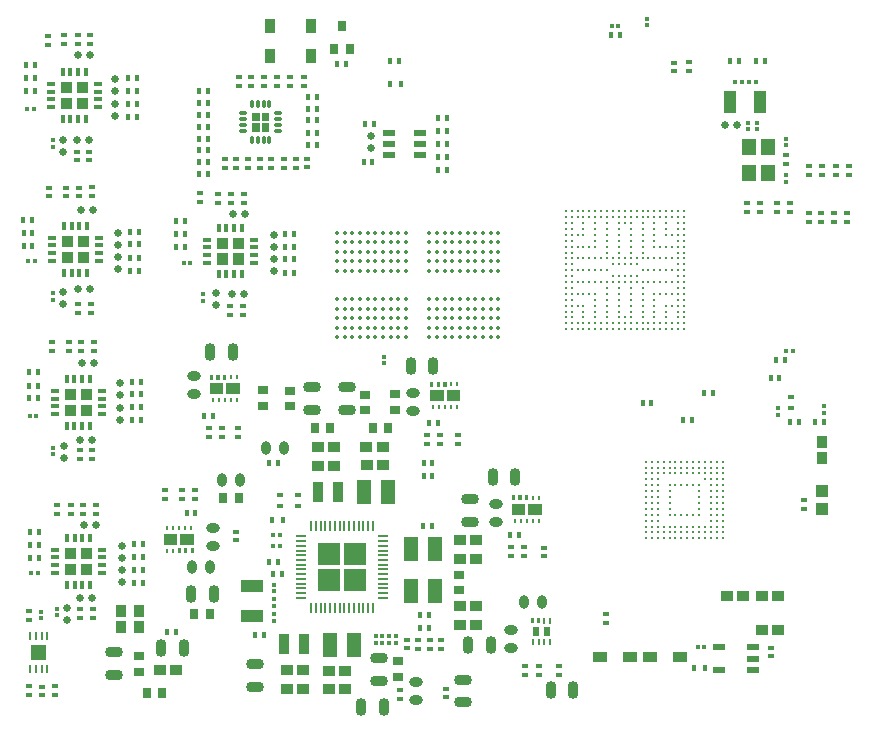
<source format=gtp>
G04*
G04 #@! TF.GenerationSoftware,Altium Limited,Altium Designer,25.7.1 (20)*
G04*
G04 Layer_Color=13421772*
%FSLAX44Y44*%
%MOMM*%
G71*
G04*
G04 #@! TF.SameCoordinates,73AB98AC-F87E-4787-825B-23B2420A13CA*
G04*
G04*
G04 #@! TF.FilePolarity,Positive*
G04*
G01*
G75*
%ADD14O,0.2794X0.8128*%
%ADD15O,0.8128X0.2794*%
%ADD16O,0.8890X1.1430*%
%ADD17O,1.1430X0.8890*%
%ADD18O,1.5240X0.8890*%
%ADD19O,0.8890X1.5240*%
%ADD20R,1.0922X1.9050*%
%ADD21R,0.8636X1.8034*%
%ADD22R,1.2192X2.0066*%
%ADD23C,0.6350*%
%ADD24R,1.2192X0.8890*%
%ADD25R,0.3048X0.3048*%
%ADD26R,0.8382X0.7112*%
%ADD27R,0.7112X0.8890*%
%ADD28R,1.1938X1.3970*%
%ADD29R,1.1176X0.6096*%
%ADD30R,0.3556X0.7874*%
%ADD31R,0.7874X0.3556*%
%ADD32R,0.2032X0.8890*%
%ADD33R,0.8890X0.2032*%
%ADD34C,0.2540*%
%ADD35R,0.2794X0.4826*%
G04:AMPARAMS|DCode=36|XSize=0.0254mm|YSize=0.0254mm|CornerRadius=0mm|HoleSize=0mm|Usage=FLASHONLY|Rotation=0.000|XOffset=0mm|YOffset=0mm|HoleType=Round|Shape=Octagon|*
%AMOCTAGOND36*
4,1,8,0.0127,-0.0064,0.0127,0.0064,0.0064,0.0127,-0.0064,0.0127,-0.0127,0.0064,-0.0127,-0.0064,-0.0064,-0.0127,0.0064,-0.0127,0.0127,-0.0064,0.0*
%
%ADD36OCTAGOND36*%

%ADD37R,0.2540X0.4572*%
%ADD38R,0.4572X0.6096*%
%ADD39R,0.9906X0.8128*%
%ADD40R,1.0160X1.0160*%
%ADD41R,0.2540X0.6350*%
%ADD42C,0.3556*%
%ADD43R,0.4572X0.5080*%
%ADD44R,0.5080X0.4572*%
%ADD45R,0.9906X0.8128*%
%ADD46R,0.8128X0.9906*%
%ADD47R,0.7112X0.8382*%
%ADD48R,0.3048X0.3048*%
%ADD49R,0.8890X1.2192*%
%ADD50R,1.9050X1.0922*%
%ADD51R,0.6096X0.4572*%
G36*
X72601Y536842D02*
X63056D01*
Y546387D01*
X72601D01*
Y536842D01*
D02*
G37*
G36*
X59103D02*
X49558D01*
Y546387D01*
X59103D01*
Y536842D01*
D02*
G37*
G36*
X72601Y523344D02*
X63056D01*
Y532890D01*
X72601D01*
Y523344D01*
D02*
G37*
G36*
X59103D02*
X49558D01*
Y532890D01*
X59103D01*
Y523344D01*
D02*
G37*
G36*
X225956Y513149D02*
X219733D01*
Y520261D01*
X225956D01*
Y513149D01*
D02*
G37*
G36*
X217955D02*
X211732D01*
Y520261D01*
X217955D01*
Y513149D01*
D02*
G37*
G36*
X225956Y504259D02*
X219733D01*
Y511371D01*
X225956D01*
Y504259D01*
D02*
G37*
G36*
X217955D02*
X211732D01*
Y511371D01*
X217955D01*
Y504259D01*
D02*
G37*
G36*
X73607Y406639D02*
X64061D01*
Y416184D01*
X73607D01*
Y406639D01*
D02*
G37*
G36*
X60109D02*
X50564D01*
Y416184D01*
X60109D01*
Y406639D01*
D02*
G37*
G36*
X204706Y405132D02*
X195161D01*
Y414678D01*
X204706D01*
Y405132D01*
D02*
G37*
G36*
X191209D02*
X181663D01*
Y414678D01*
X191209D01*
Y405132D01*
D02*
G37*
G36*
X73607Y393141D02*
X64061D01*
Y402687D01*
X73607D01*
Y393141D01*
D02*
G37*
G36*
X60109D02*
X50564D01*
Y402687D01*
X60109D01*
Y393141D01*
D02*
G37*
G36*
X204706Y391635D02*
X195161D01*
Y401180D01*
X204706D01*
Y391635D01*
D02*
G37*
G36*
X191209D02*
X181663D01*
Y401180D01*
X191209D01*
Y391635D01*
D02*
G37*
G36*
X189713Y294127D02*
X186914D01*
Y298625D01*
X189713D01*
Y294127D01*
D02*
G37*
G36*
X184114D02*
X181313D01*
Y298625D01*
X184114D01*
Y294127D01*
D02*
G37*
G36*
X178514D02*
X175715D01*
Y298625D01*
X178514D01*
Y294127D01*
D02*
G37*
G36*
X376436Y288209D02*
X373637D01*
Y292707D01*
X376436D01*
Y288209D01*
D02*
G37*
G36*
X370838D02*
X368036D01*
Y292707D01*
X370838D01*
Y288209D01*
D02*
G37*
G36*
X365237D02*
X362438D01*
Y292707D01*
X365237D01*
Y288209D01*
D02*
G37*
G36*
X201254Y281938D02*
X189774D01*
Y291315D01*
X201254D01*
Y281938D01*
D02*
G37*
G36*
X187254D02*
X175773D01*
Y291315D01*
X187254D01*
Y281938D01*
D02*
G37*
G36*
X75923Y277073D02*
X66378D01*
Y286619D01*
X75923D01*
Y277073D01*
D02*
G37*
G36*
X62426D02*
X52880D01*
Y286619D01*
X62426D01*
Y277073D01*
D02*
G37*
G36*
X387977Y276019D02*
X376497D01*
Y285397D01*
X387977D01*
Y276019D01*
D02*
G37*
G36*
X373977D02*
X362496D01*
Y285397D01*
X373977D01*
Y276019D01*
D02*
G37*
G36*
X75923Y263576D02*
X66378D01*
Y273121D01*
X75923D01*
Y263576D01*
D02*
G37*
G36*
X62426D02*
X52880D01*
Y273121D01*
X62426D01*
Y263576D01*
D02*
G37*
G36*
X445450Y192171D02*
X442651D01*
Y196670D01*
X445450D01*
Y192171D01*
D02*
G37*
G36*
X439852D02*
X437050D01*
Y196670D01*
X439852D01*
Y192171D01*
D02*
G37*
G36*
X434251D02*
X431452D01*
Y196670D01*
X434251D01*
Y192171D01*
D02*
G37*
G36*
X456992Y179982D02*
X445511D01*
Y189359D01*
X456992D01*
Y179982D01*
D02*
G37*
G36*
X442991D02*
X431510D01*
Y189359D01*
X442991D01*
Y179982D01*
D02*
G37*
G36*
X162430Y154523D02*
X150950D01*
Y163901D01*
X162430D01*
Y154523D01*
D02*
G37*
G36*
X148430D02*
X136949D01*
Y163901D01*
X148430D01*
Y154523D01*
D02*
G37*
G36*
X162489Y147213D02*
X159690D01*
Y151712D01*
X162489D01*
Y147213D01*
D02*
G37*
G36*
X156891D02*
X154089D01*
Y151712D01*
X156891D01*
Y147213D01*
D02*
G37*
G36*
X151290D02*
X148491D01*
Y151712D01*
X151290D01*
Y147213D01*
D02*
G37*
G36*
X76091Y142575D02*
X66546D01*
Y152121D01*
X76091D01*
Y142575D01*
D02*
G37*
G36*
X62593D02*
X53048D01*
Y152121D01*
X62593D01*
Y142575D01*
D02*
G37*
G36*
X307797Y137074D02*
X289197D01*
Y155674D01*
X307797D01*
Y137074D01*
D02*
G37*
G36*
X286296D02*
X267696D01*
Y155674D01*
X286296D01*
Y137074D01*
D02*
G37*
G36*
X76091Y129078D02*
X66546D01*
Y138623D01*
X76091D01*
Y129078D01*
D02*
G37*
G36*
X62593D02*
X53048D01*
Y138623D01*
X62593D01*
Y129078D01*
D02*
G37*
G36*
X307797Y115573D02*
X289197D01*
Y134173D01*
X307797D01*
Y115573D01*
D02*
G37*
G36*
X286296D02*
X267696D01*
Y134173D01*
X286296D01*
Y115573D01*
D02*
G37*
G36*
X455686Y87940D02*
X452686D01*
Y92240D01*
X455686D01*
Y87940D01*
D02*
G37*
G36*
X450687D02*
X447688D01*
Y92240D01*
X450687D01*
Y87940D01*
D02*
G37*
G36*
X464188Y76990D02*
X458686D01*
Y84991D01*
X464188D01*
Y76990D01*
D02*
G37*
G36*
X454688D02*
X449186D01*
Y84991D01*
X454688D01*
Y76990D01*
D02*
G37*
G36*
X36858Y57277D02*
X24859D01*
Y69276D01*
X36858D01*
Y57277D01*
D02*
G37*
D14*
X226345Y497195D02*
D03*
X221343D02*
D03*
X216345D02*
D03*
X211343D02*
D03*
Y527324D02*
D03*
X216345D02*
D03*
X221343D02*
D03*
X226345D02*
D03*
D15*
X203779Y519760D02*
D03*
Y514759D02*
D03*
Y509760D02*
D03*
Y504759D02*
D03*
X233909D02*
D03*
Y509760D02*
D03*
Y514759D02*
D03*
Y519760D02*
D03*
D16*
X441973Y105755D02*
D03*
X457213D02*
D03*
X185849Y209664D02*
D03*
X201089D02*
D03*
X238658Y236411D02*
D03*
X223418D02*
D03*
X160637Y136025D02*
D03*
X175877D02*
D03*
D17*
X430997Y66952D02*
D03*
Y82192D02*
D03*
X350510Y38354D02*
D03*
Y23114D02*
D03*
X347970Y268049D02*
D03*
Y283289D02*
D03*
X162812Y297795D02*
D03*
Y282555D02*
D03*
X418572Y189253D02*
D03*
Y174013D02*
D03*
X178262Y153520D02*
D03*
Y168760D02*
D03*
D18*
X213975Y34140D02*
D03*
Y53444D02*
D03*
X213916Y34183D02*
D03*
Y53487D02*
D03*
X319121Y39314D02*
D03*
Y58618D02*
D03*
X390591Y40409D02*
D03*
Y21105D02*
D03*
X262003Y287960D02*
D03*
Y268656D02*
D03*
X291683Y268554D02*
D03*
Y287858D02*
D03*
X94732Y63652D02*
D03*
Y44348D02*
D03*
X395745Y173787D02*
D03*
Y193091D02*
D03*
D19*
X323223Y17577D02*
D03*
X303919D02*
D03*
X323451D02*
D03*
X304147D02*
D03*
X464353Y31570D02*
D03*
X483657D02*
D03*
X153766Y66878D02*
D03*
X134462D02*
D03*
X365224Y305796D02*
D03*
X345920D02*
D03*
X175763Y317492D02*
D03*
X195067D02*
D03*
X159784Y112451D02*
D03*
X179088D02*
D03*
X434530Y211836D02*
D03*
X415227D02*
D03*
X394523Y69469D02*
D03*
X413827D02*
D03*
D20*
X616488Y529003D02*
D03*
X641487D02*
D03*
D21*
X239022Y70185D02*
D03*
X255720D02*
D03*
X267650Y199174D02*
D03*
X284348D02*
D03*
D22*
X306616Y199372D02*
D03*
X326809D02*
D03*
X346265Y150696D02*
D03*
X366459D02*
D03*
X346024Y115405D02*
D03*
X366217D02*
D03*
X277688Y69731D02*
D03*
X297881D02*
D03*
D23*
X622209Y509968D02*
D03*
X612049D02*
D03*
X95766Y548518D02*
D03*
Y538358D02*
D03*
X51951Y368803D02*
D03*
Y358643D02*
D03*
X312522Y500281D02*
D03*
Y490121D02*
D03*
X181074Y367576D02*
D03*
Y357416D02*
D03*
X52019Y238354D02*
D03*
Y228194D02*
D03*
X54671Y100625D02*
D03*
Y90465D02*
D03*
X51445Y497482D02*
D03*
Y487322D02*
D03*
X97800Y388399D02*
D03*
Y398559D02*
D03*
X64554Y370848D02*
D03*
X74714D02*
D03*
X69111Y171529D02*
D03*
X79271D02*
D03*
X98057Y418821D02*
D03*
Y408661D02*
D03*
X65954Y243461D02*
D03*
X76114D02*
D03*
X100129Y260530D02*
D03*
Y270690D02*
D03*
X101600Y153563D02*
D03*
Y143403D02*
D03*
X66548Y438056D02*
D03*
X76708D02*
D03*
X230345Y386542D02*
D03*
Y396702D02*
D03*
X67386Y308519D02*
D03*
X77546D02*
D03*
X101671Y122870D02*
D03*
Y133030D02*
D03*
X100028Y291498D02*
D03*
Y281338D02*
D03*
X65555Y109200D02*
D03*
X75715D02*
D03*
X194307Y367200D02*
D03*
X204468D02*
D03*
X195732Y434769D02*
D03*
X205892D02*
D03*
X230144Y416819D02*
D03*
Y406659D02*
D03*
X95697Y517726D02*
D03*
Y527886D02*
D03*
X63320Y497505D02*
D03*
X73480D02*
D03*
X64011Y569300D02*
D03*
X74170D02*
D03*
D24*
X548206Y59357D02*
D03*
X573606D02*
D03*
X531279Y59352D02*
D03*
X505879D02*
D03*
D25*
X637908Y546473D02*
D03*
X632569D02*
D03*
X620834Y546334D02*
D03*
X626174D02*
D03*
X521769Y593512D02*
D03*
X516430D02*
D03*
X229512Y163078D02*
D03*
X234851D02*
D03*
X22235Y394807D02*
D03*
X27574D02*
D03*
X229530Y153805D02*
D03*
X234869D02*
D03*
X663915Y318191D02*
D03*
X669254D02*
D03*
X23429Y263230D02*
D03*
X28768D02*
D03*
X21356Y523242D02*
D03*
X26695D02*
D03*
X24701Y130678D02*
D03*
X30041D02*
D03*
X153947Y392905D02*
D03*
X159286D02*
D03*
X589069Y67554D02*
D03*
X594408D02*
D03*
D26*
X243505Y272062D02*
D03*
Y285062D02*
D03*
X307652Y268450D02*
D03*
Y281450D02*
D03*
X116225Y47178D02*
D03*
Y60178D02*
D03*
X220980Y285158D02*
D03*
Y272159D02*
D03*
X332298Y281780D02*
D03*
Y268780D02*
D03*
X335493Y55885D02*
D03*
Y42885D02*
D03*
X386956Y129261D02*
D03*
Y116261D02*
D03*
D27*
X281290Y574507D02*
D03*
X287767Y593542D02*
D03*
X294244Y574507D02*
D03*
D28*
X648594Y490964D02*
D03*
Y468963D02*
D03*
X632592Y490964D02*
D03*
Y468963D02*
D03*
D29*
X606847Y48575D02*
D03*
Y67574D02*
D03*
X635345Y48575D02*
D03*
Y58075D02*
D03*
Y67574D02*
D03*
X353939Y503276D02*
D03*
Y493776D02*
D03*
Y484276D02*
D03*
X327523Y503276D02*
D03*
Y493776D02*
D03*
Y484276D02*
D03*
D30*
X71836Y424414D02*
D03*
X65336D02*
D03*
X58834D02*
D03*
X52334D02*
D03*
Y384912D02*
D03*
X58834D02*
D03*
X65336D02*
D03*
X71836D02*
D03*
X74153Y255346D02*
D03*
X67653D02*
D03*
X61150D02*
D03*
X54651D02*
D03*
Y294848D02*
D03*
X61150D02*
D03*
X67653D02*
D03*
X74153D02*
D03*
X70830Y554617D02*
D03*
X64331D02*
D03*
X57828D02*
D03*
X51328D02*
D03*
Y515115D02*
D03*
X57828D02*
D03*
X64331D02*
D03*
X70830D02*
D03*
X74320Y120848D02*
D03*
X67821D02*
D03*
X61318D02*
D03*
X54818D02*
D03*
Y160350D02*
D03*
X61318D02*
D03*
X67821D02*
D03*
X74320D02*
D03*
X202936Y422907D02*
D03*
X196436D02*
D03*
X189934D02*
D03*
X183434D02*
D03*
Y383405D02*
D03*
X189934D02*
D03*
X196436D02*
D03*
X202936D02*
D03*
D31*
X42334Y414414D02*
D03*
Y407914D02*
D03*
Y401411D02*
D03*
Y394912D02*
D03*
X81836D02*
D03*
Y401411D02*
D03*
Y407914D02*
D03*
Y414414D02*
D03*
X84153Y284848D02*
D03*
Y278348D02*
D03*
Y271846D02*
D03*
Y265346D02*
D03*
X44651D02*
D03*
Y271846D02*
D03*
Y278348D02*
D03*
Y284848D02*
D03*
X41328Y544617D02*
D03*
Y538117D02*
D03*
Y531614D02*
D03*
Y525115D02*
D03*
X80830D02*
D03*
Y531614D02*
D03*
Y538117D02*
D03*
Y544617D02*
D03*
X84320Y150350D02*
D03*
Y143850D02*
D03*
Y137348D02*
D03*
Y130848D02*
D03*
X44818D02*
D03*
Y137348D02*
D03*
Y143850D02*
D03*
Y150350D02*
D03*
X173434Y412907D02*
D03*
Y406408D02*
D03*
Y399905D02*
D03*
Y393405D02*
D03*
X212936D02*
D03*
Y399905D02*
D03*
Y406408D02*
D03*
Y412907D02*
D03*
D32*
X261747Y101123D02*
D03*
Y170124D02*
D03*
X265748Y101123D02*
D03*
Y170124D02*
D03*
X269746Y101123D02*
D03*
Y170124D02*
D03*
X273746Y101123D02*
D03*
Y170124D02*
D03*
X277747Y101123D02*
D03*
Y170124D02*
D03*
X281747Y101123D02*
D03*
Y170124D02*
D03*
X285748Y101123D02*
D03*
Y170124D02*
D03*
X289745Y101123D02*
D03*
Y170124D02*
D03*
X293746Y101123D02*
D03*
Y170124D02*
D03*
X297746Y101123D02*
D03*
Y170124D02*
D03*
X301747Y101123D02*
D03*
Y170124D02*
D03*
X305747Y101123D02*
D03*
Y170124D02*
D03*
X309745Y101123D02*
D03*
Y170124D02*
D03*
X313746Y101123D02*
D03*
Y170124D02*
D03*
D33*
X322247Y109624D02*
D03*
Y113624D02*
D03*
Y117622D02*
D03*
Y121623D02*
D03*
Y125623D02*
D03*
Y129624D02*
D03*
Y133624D02*
D03*
Y137622D02*
D03*
Y141623D02*
D03*
Y145623D02*
D03*
Y149624D02*
D03*
Y153624D02*
D03*
Y157622D02*
D03*
Y161623D02*
D03*
X253246Y109624D02*
D03*
Y113624D02*
D03*
Y117622D02*
D03*
Y121623D02*
D03*
Y125623D02*
D03*
Y129624D02*
D03*
Y133624D02*
D03*
Y137622D02*
D03*
Y141623D02*
D03*
Y145623D02*
D03*
Y149624D02*
D03*
Y153624D02*
D03*
Y157622D02*
D03*
Y161623D02*
D03*
D34*
X545094Y159946D02*
D03*
Y164945D02*
D03*
Y169946D02*
D03*
Y174945D02*
D03*
Y179946D02*
D03*
Y184945D02*
D03*
Y189946D02*
D03*
Y194945D02*
D03*
Y199946D02*
D03*
Y204945D02*
D03*
Y209946D02*
D03*
Y214945D02*
D03*
Y219946D02*
D03*
Y224945D02*
D03*
X550093Y159946D02*
D03*
Y164945D02*
D03*
Y169946D02*
D03*
Y174945D02*
D03*
Y179946D02*
D03*
Y184945D02*
D03*
Y189946D02*
D03*
Y194945D02*
D03*
Y199946D02*
D03*
Y204945D02*
D03*
Y209946D02*
D03*
Y214945D02*
D03*
Y219946D02*
D03*
Y224945D02*
D03*
X555094Y159946D02*
D03*
Y164945D02*
D03*
Y169946D02*
D03*
Y174945D02*
D03*
Y179946D02*
D03*
Y184945D02*
D03*
Y189946D02*
D03*
Y194945D02*
D03*
Y199946D02*
D03*
Y204945D02*
D03*
Y209946D02*
D03*
Y214945D02*
D03*
Y219946D02*
D03*
Y224945D02*
D03*
X560093Y159946D02*
D03*
Y164945D02*
D03*
Y169946D02*
D03*
Y214945D02*
D03*
Y219946D02*
D03*
Y224945D02*
D03*
X565094Y159946D02*
D03*
Y164945D02*
D03*
Y169946D02*
D03*
Y179946D02*
D03*
Y184945D02*
D03*
Y189946D02*
D03*
Y194945D02*
D03*
Y199946D02*
D03*
Y204945D02*
D03*
Y214945D02*
D03*
Y219946D02*
D03*
Y224945D02*
D03*
X570093Y159946D02*
D03*
Y164945D02*
D03*
Y169946D02*
D03*
Y179946D02*
D03*
Y204945D02*
D03*
Y214945D02*
D03*
Y219946D02*
D03*
Y224945D02*
D03*
X575094Y159946D02*
D03*
Y164945D02*
D03*
Y169946D02*
D03*
Y179946D02*
D03*
Y204945D02*
D03*
Y214945D02*
D03*
Y219946D02*
D03*
Y224945D02*
D03*
X580093Y159946D02*
D03*
Y164945D02*
D03*
Y169946D02*
D03*
Y179946D02*
D03*
Y204945D02*
D03*
Y214945D02*
D03*
Y219946D02*
D03*
Y224945D02*
D03*
X585094Y159946D02*
D03*
Y164945D02*
D03*
Y169946D02*
D03*
Y179946D02*
D03*
Y204945D02*
D03*
Y214945D02*
D03*
Y219946D02*
D03*
Y224945D02*
D03*
X590093Y159946D02*
D03*
Y164945D02*
D03*
Y169946D02*
D03*
Y179946D02*
D03*
Y184945D02*
D03*
Y189946D02*
D03*
Y194945D02*
D03*
Y199946D02*
D03*
Y204945D02*
D03*
Y214945D02*
D03*
Y219946D02*
D03*
Y224945D02*
D03*
X595094Y159946D02*
D03*
Y164945D02*
D03*
Y169946D02*
D03*
Y209946D02*
D03*
Y214945D02*
D03*
Y219946D02*
D03*
Y224945D02*
D03*
X600093Y159946D02*
D03*
Y164945D02*
D03*
Y169946D02*
D03*
Y174945D02*
D03*
Y179946D02*
D03*
Y184945D02*
D03*
Y189946D02*
D03*
Y194945D02*
D03*
Y199946D02*
D03*
Y204945D02*
D03*
Y209946D02*
D03*
Y214945D02*
D03*
Y219946D02*
D03*
Y224945D02*
D03*
X605094Y159946D02*
D03*
Y164945D02*
D03*
Y169946D02*
D03*
Y174945D02*
D03*
Y179946D02*
D03*
Y184945D02*
D03*
Y189946D02*
D03*
Y194945D02*
D03*
Y199946D02*
D03*
Y204945D02*
D03*
Y209946D02*
D03*
Y214945D02*
D03*
Y219946D02*
D03*
Y224945D02*
D03*
X610093Y159946D02*
D03*
Y164945D02*
D03*
Y169946D02*
D03*
Y174945D02*
D03*
Y179946D02*
D03*
Y184945D02*
D03*
Y189946D02*
D03*
Y194945D02*
D03*
Y199946D02*
D03*
Y204945D02*
D03*
Y209946D02*
D03*
Y214945D02*
D03*
Y219946D02*
D03*
Y224945D02*
D03*
X477233Y336964D02*
D03*
Y341965D02*
D03*
Y346964D02*
D03*
Y351965D02*
D03*
Y356964D02*
D03*
Y361965D02*
D03*
Y366964D02*
D03*
Y371965D02*
D03*
Y376964D02*
D03*
Y381965D02*
D03*
Y386964D02*
D03*
Y391965D02*
D03*
Y396964D02*
D03*
Y401965D02*
D03*
Y406964D02*
D03*
Y411965D02*
D03*
Y416964D02*
D03*
Y421965D02*
D03*
Y426964D02*
D03*
Y431965D02*
D03*
Y436964D02*
D03*
X482232Y336964D02*
D03*
Y341965D02*
D03*
Y346964D02*
D03*
Y351965D02*
D03*
Y356964D02*
D03*
Y361965D02*
D03*
Y366964D02*
D03*
Y371965D02*
D03*
Y376964D02*
D03*
Y381965D02*
D03*
Y386964D02*
D03*
Y391965D02*
D03*
Y396964D02*
D03*
Y401965D02*
D03*
Y406964D02*
D03*
Y411965D02*
D03*
Y416964D02*
D03*
Y421965D02*
D03*
Y426964D02*
D03*
Y431965D02*
D03*
Y436964D02*
D03*
X487233Y336964D02*
D03*
Y341965D02*
D03*
Y356964D02*
D03*
Y366964D02*
D03*
Y376964D02*
D03*
Y386964D02*
D03*
Y396964D02*
D03*
Y406964D02*
D03*
Y416964D02*
D03*
Y431965D02*
D03*
Y436964D02*
D03*
X492232Y336964D02*
D03*
Y341965D02*
D03*
Y346964D02*
D03*
Y351965D02*
D03*
Y356964D02*
D03*
Y366964D02*
D03*
Y376964D02*
D03*
Y386964D02*
D03*
Y396964D02*
D03*
Y406964D02*
D03*
Y416964D02*
D03*
Y421965D02*
D03*
Y426964D02*
D03*
Y431965D02*
D03*
Y436964D02*
D03*
X497233Y336964D02*
D03*
Y341965D02*
D03*
Y366964D02*
D03*
Y376964D02*
D03*
Y386964D02*
D03*
Y396964D02*
D03*
Y406964D02*
D03*
Y431965D02*
D03*
Y436964D02*
D03*
X502232Y336964D02*
D03*
Y341965D02*
D03*
Y346964D02*
D03*
Y351965D02*
D03*
Y356964D02*
D03*
Y361965D02*
D03*
Y366964D02*
D03*
Y376964D02*
D03*
Y386964D02*
D03*
Y396964D02*
D03*
Y406964D02*
D03*
Y411965D02*
D03*
Y416964D02*
D03*
Y421965D02*
D03*
Y426964D02*
D03*
Y431965D02*
D03*
Y436964D02*
D03*
X507233Y336964D02*
D03*
Y341965D02*
D03*
Y376964D02*
D03*
Y386964D02*
D03*
Y396964D02*
D03*
Y431965D02*
D03*
Y436964D02*
D03*
X512232Y336964D02*
D03*
Y341965D02*
D03*
Y346964D02*
D03*
Y351965D02*
D03*
Y356964D02*
D03*
Y361965D02*
D03*
Y366964D02*
D03*
Y371965D02*
D03*
Y376964D02*
D03*
Y386964D02*
D03*
Y396964D02*
D03*
Y401965D02*
D03*
Y406964D02*
D03*
Y411965D02*
D03*
Y416964D02*
D03*
Y421965D02*
D03*
Y426964D02*
D03*
Y431965D02*
D03*
Y436964D02*
D03*
X517233Y336964D02*
D03*
Y341965D02*
D03*
Y376964D02*
D03*
Y381965D02*
D03*
Y391965D02*
D03*
Y396964D02*
D03*
Y431965D02*
D03*
Y436964D02*
D03*
X522232Y336964D02*
D03*
Y341965D02*
D03*
Y346964D02*
D03*
Y351965D02*
D03*
Y356964D02*
D03*
Y361965D02*
D03*
Y366964D02*
D03*
Y371965D02*
D03*
Y376964D02*
D03*
Y381965D02*
D03*
Y391965D02*
D03*
Y396964D02*
D03*
Y401965D02*
D03*
Y406964D02*
D03*
Y411965D02*
D03*
Y416964D02*
D03*
Y421965D02*
D03*
Y426964D02*
D03*
Y431965D02*
D03*
Y436964D02*
D03*
X527233Y336964D02*
D03*
Y341965D02*
D03*
Y346964D02*
D03*
Y376964D02*
D03*
Y381965D02*
D03*
Y391965D02*
D03*
Y396964D02*
D03*
Y426964D02*
D03*
Y431965D02*
D03*
Y436964D02*
D03*
X532234Y336964D02*
D03*
Y341965D02*
D03*
Y346964D02*
D03*
Y351965D02*
D03*
Y356964D02*
D03*
Y361965D02*
D03*
Y366964D02*
D03*
Y371965D02*
D03*
Y376964D02*
D03*
Y381965D02*
D03*
Y391965D02*
D03*
Y396964D02*
D03*
Y401965D02*
D03*
Y406964D02*
D03*
Y411965D02*
D03*
Y416964D02*
D03*
Y421965D02*
D03*
Y426964D02*
D03*
Y431965D02*
D03*
Y436964D02*
D03*
X537233Y336964D02*
D03*
Y341965D02*
D03*
Y376964D02*
D03*
Y381965D02*
D03*
Y391965D02*
D03*
Y396964D02*
D03*
Y431965D02*
D03*
Y436964D02*
D03*
X542234Y336964D02*
D03*
Y341965D02*
D03*
Y346964D02*
D03*
Y351965D02*
D03*
Y356964D02*
D03*
Y361965D02*
D03*
Y366964D02*
D03*
Y371965D02*
D03*
Y376964D02*
D03*
Y386964D02*
D03*
Y396964D02*
D03*
Y401965D02*
D03*
Y406964D02*
D03*
Y411965D02*
D03*
Y416964D02*
D03*
Y421965D02*
D03*
Y426964D02*
D03*
Y431965D02*
D03*
Y436964D02*
D03*
X547233Y336964D02*
D03*
Y341965D02*
D03*
Y376964D02*
D03*
Y386964D02*
D03*
Y396964D02*
D03*
Y431965D02*
D03*
Y436964D02*
D03*
X552234Y336964D02*
D03*
Y341965D02*
D03*
Y346964D02*
D03*
Y351965D02*
D03*
Y356964D02*
D03*
Y361965D02*
D03*
Y366964D02*
D03*
Y376964D02*
D03*
Y386964D02*
D03*
Y396964D02*
D03*
Y406964D02*
D03*
Y411965D02*
D03*
Y416964D02*
D03*
Y421965D02*
D03*
Y426964D02*
D03*
Y431965D02*
D03*
Y436964D02*
D03*
X557233Y336964D02*
D03*
Y341965D02*
D03*
Y366964D02*
D03*
Y376964D02*
D03*
Y386964D02*
D03*
Y396964D02*
D03*
Y406964D02*
D03*
Y431965D02*
D03*
Y436964D02*
D03*
X562234Y336964D02*
D03*
Y341965D02*
D03*
Y346964D02*
D03*
Y351965D02*
D03*
Y356964D02*
D03*
Y366964D02*
D03*
Y376964D02*
D03*
Y386964D02*
D03*
Y396964D02*
D03*
Y406964D02*
D03*
Y416964D02*
D03*
Y421965D02*
D03*
Y426964D02*
D03*
Y431965D02*
D03*
Y436964D02*
D03*
X567233Y336964D02*
D03*
Y341965D02*
D03*
Y356964D02*
D03*
Y366964D02*
D03*
Y376964D02*
D03*
Y386964D02*
D03*
Y396964D02*
D03*
Y406964D02*
D03*
Y416964D02*
D03*
Y431965D02*
D03*
Y436964D02*
D03*
X572234Y336964D02*
D03*
Y341965D02*
D03*
Y346964D02*
D03*
Y351965D02*
D03*
Y356964D02*
D03*
Y361965D02*
D03*
Y366964D02*
D03*
Y371965D02*
D03*
Y376964D02*
D03*
Y381965D02*
D03*
Y386964D02*
D03*
Y391965D02*
D03*
Y396964D02*
D03*
Y401965D02*
D03*
Y406964D02*
D03*
Y411965D02*
D03*
Y416964D02*
D03*
Y421965D02*
D03*
Y426964D02*
D03*
Y431965D02*
D03*
Y436964D02*
D03*
X577233Y336964D02*
D03*
Y341965D02*
D03*
Y346964D02*
D03*
Y351965D02*
D03*
Y356964D02*
D03*
Y361965D02*
D03*
Y366964D02*
D03*
Y371965D02*
D03*
Y376964D02*
D03*
Y381965D02*
D03*
Y386964D02*
D03*
Y391965D02*
D03*
Y396964D02*
D03*
Y401965D02*
D03*
Y406964D02*
D03*
Y411965D02*
D03*
Y416964D02*
D03*
Y421965D02*
D03*
Y426964D02*
D03*
Y431965D02*
D03*
Y436964D02*
D03*
D35*
X464188Y90091D02*
D03*
Y71890D02*
D03*
X459186Y90091D02*
D03*
Y71890D02*
D03*
X454188D02*
D03*
X449186D02*
D03*
D36*
Y90091D02*
D03*
D37*
X365237Y270957D02*
D03*
X370235D02*
D03*
X375237D02*
D03*
X380238D02*
D03*
Y290459D02*
D03*
X385237Y270957D02*
D03*
Y290459D02*
D03*
X198514Y296377D02*
D03*
Y276875D02*
D03*
X193515Y296377D02*
D03*
Y276875D02*
D03*
X188514D02*
D03*
X183512D02*
D03*
X178514D02*
D03*
X434251Y174920D02*
D03*
X439250D02*
D03*
X444251D02*
D03*
X449252D02*
D03*
Y194422D02*
D03*
X454251Y174920D02*
D03*
Y194422D02*
D03*
X139690Y149461D02*
D03*
Y168963D02*
D03*
X144689Y149461D02*
D03*
Y168963D02*
D03*
X149690D02*
D03*
X154691D02*
D03*
X159690D02*
D03*
D38*
X328211Y544457D02*
D03*
X337711D02*
D03*
X595295Y49929D02*
D03*
X585795D02*
D03*
X237828Y175291D02*
D03*
X228328D02*
D03*
D39*
X147145Y48341D02*
D03*
X133342D02*
D03*
D40*
X694246Y184833D02*
D03*
Y200073D02*
D03*
D41*
X23358Y77401D02*
D03*
Y49152D02*
D03*
X38359Y77401D02*
D03*
Y49152D02*
D03*
X33358Y77401D02*
D03*
Y49152D02*
D03*
X28359Y77401D02*
D03*
Y49152D02*
D03*
D42*
X420098Y418467D02*
D03*
Y410466D02*
D03*
Y402468D02*
D03*
Y394467D02*
D03*
Y386466D02*
D03*
Y362468D02*
D03*
Y354467D02*
D03*
Y346466D02*
D03*
Y338468D02*
D03*
Y330467D02*
D03*
X413598Y418467D02*
D03*
Y410466D02*
D03*
Y402468D02*
D03*
Y394467D02*
D03*
Y386466D02*
D03*
Y362468D02*
D03*
Y354467D02*
D03*
Y346466D02*
D03*
Y338468D02*
D03*
Y330467D02*
D03*
X407099Y418467D02*
D03*
Y410466D02*
D03*
Y402468D02*
D03*
Y394467D02*
D03*
Y386466D02*
D03*
Y362468D02*
D03*
Y354467D02*
D03*
Y346466D02*
D03*
Y338468D02*
D03*
Y330467D02*
D03*
X400599Y418467D02*
D03*
Y410466D02*
D03*
Y402468D02*
D03*
Y394467D02*
D03*
Y386466D02*
D03*
Y362468D02*
D03*
Y354467D02*
D03*
Y346466D02*
D03*
Y338468D02*
D03*
Y330467D02*
D03*
X394099Y418467D02*
D03*
Y410466D02*
D03*
Y402468D02*
D03*
Y394467D02*
D03*
Y386466D02*
D03*
Y362468D02*
D03*
Y354467D02*
D03*
Y346466D02*
D03*
Y338468D02*
D03*
Y330467D02*
D03*
X387599Y418467D02*
D03*
Y410466D02*
D03*
Y402468D02*
D03*
Y394467D02*
D03*
Y386466D02*
D03*
Y362468D02*
D03*
Y354467D02*
D03*
Y346466D02*
D03*
Y338468D02*
D03*
Y330467D02*
D03*
X381099Y418467D02*
D03*
Y410466D02*
D03*
Y402468D02*
D03*
Y394467D02*
D03*
Y386466D02*
D03*
Y362468D02*
D03*
Y354467D02*
D03*
Y346466D02*
D03*
Y338468D02*
D03*
Y330467D02*
D03*
X374599Y418467D02*
D03*
Y410466D02*
D03*
Y402468D02*
D03*
Y394467D02*
D03*
Y386466D02*
D03*
Y362468D02*
D03*
Y354467D02*
D03*
Y346466D02*
D03*
Y338468D02*
D03*
Y330467D02*
D03*
X368099Y418467D02*
D03*
Y410466D02*
D03*
Y402468D02*
D03*
Y394467D02*
D03*
Y386466D02*
D03*
Y362468D02*
D03*
Y354467D02*
D03*
Y346466D02*
D03*
Y338468D02*
D03*
Y330467D02*
D03*
X361600Y418467D02*
D03*
Y410466D02*
D03*
Y402468D02*
D03*
Y394467D02*
D03*
Y386466D02*
D03*
Y362468D02*
D03*
Y354467D02*
D03*
Y346466D02*
D03*
Y338468D02*
D03*
Y330467D02*
D03*
X342097Y418467D02*
D03*
Y410466D02*
D03*
Y402468D02*
D03*
Y394467D02*
D03*
Y386466D02*
D03*
Y362468D02*
D03*
Y354467D02*
D03*
Y346466D02*
D03*
Y338468D02*
D03*
Y330467D02*
D03*
X335597Y418467D02*
D03*
Y410466D02*
D03*
Y402468D02*
D03*
Y394467D02*
D03*
Y386466D02*
D03*
Y362468D02*
D03*
Y354467D02*
D03*
Y346466D02*
D03*
Y338468D02*
D03*
Y330467D02*
D03*
X329098Y418467D02*
D03*
Y410466D02*
D03*
Y402468D02*
D03*
Y394467D02*
D03*
Y386466D02*
D03*
Y362468D02*
D03*
Y354467D02*
D03*
Y346466D02*
D03*
Y338468D02*
D03*
Y330467D02*
D03*
X322598Y418467D02*
D03*
Y410466D02*
D03*
Y402468D02*
D03*
Y394467D02*
D03*
Y386466D02*
D03*
Y362468D02*
D03*
Y354467D02*
D03*
Y346466D02*
D03*
Y338468D02*
D03*
Y330467D02*
D03*
X316098Y418467D02*
D03*
Y410466D02*
D03*
Y402468D02*
D03*
Y394467D02*
D03*
Y386466D02*
D03*
Y362468D02*
D03*
Y354467D02*
D03*
Y346466D02*
D03*
Y338468D02*
D03*
Y330467D02*
D03*
X309598Y418467D02*
D03*
Y410466D02*
D03*
Y402468D02*
D03*
Y394467D02*
D03*
Y386466D02*
D03*
Y362468D02*
D03*
Y354467D02*
D03*
Y346466D02*
D03*
Y338468D02*
D03*
Y330467D02*
D03*
X303098Y418467D02*
D03*
Y410466D02*
D03*
Y402468D02*
D03*
Y394467D02*
D03*
Y386466D02*
D03*
Y362468D02*
D03*
Y354467D02*
D03*
Y346466D02*
D03*
Y338468D02*
D03*
Y330467D02*
D03*
X296598Y418467D02*
D03*
Y410466D02*
D03*
Y402468D02*
D03*
Y394467D02*
D03*
Y386466D02*
D03*
Y362468D02*
D03*
Y354467D02*
D03*
Y346466D02*
D03*
Y338468D02*
D03*
Y330467D02*
D03*
X290098Y418467D02*
D03*
Y410466D02*
D03*
Y402468D02*
D03*
Y394467D02*
D03*
Y386466D02*
D03*
Y362468D02*
D03*
Y354467D02*
D03*
Y346466D02*
D03*
Y338468D02*
D03*
Y330467D02*
D03*
X283599Y418467D02*
D03*
Y410466D02*
D03*
Y402468D02*
D03*
Y394467D02*
D03*
Y386466D02*
D03*
Y362468D02*
D03*
Y354467D02*
D03*
Y346466D02*
D03*
Y338468D02*
D03*
Y330467D02*
D03*
D43*
X353649Y95029D02*
D03*
X361147D02*
D03*
X364368Y223487D02*
D03*
X356870D02*
D03*
X356781Y212725D02*
D03*
X364279D02*
D03*
X229591Y129604D02*
D03*
X237089D02*
D03*
X356690Y170261D02*
D03*
X364188D02*
D03*
X221930Y78417D02*
D03*
X214432D02*
D03*
X18169Y418681D02*
D03*
X25667D02*
D03*
X20211Y538549D02*
D03*
X27709D02*
D03*
X328806Y564538D02*
D03*
X336304D02*
D03*
X18095Y429395D02*
D03*
X25593D02*
D03*
X361147Y84262D02*
D03*
X353649D02*
D03*
X25667Y407657D02*
D03*
X18169D02*
D03*
X376679Y515534D02*
D03*
X369181D02*
D03*
X30257Y278407D02*
D03*
X22758D02*
D03*
X23480Y143190D02*
D03*
X30978D02*
D03*
X166403Y528699D02*
D03*
X173901D02*
D03*
Y508551D02*
D03*
X166403D02*
D03*
Y498478D02*
D03*
X173901D02*
D03*
Y468257D02*
D03*
X166403D02*
D03*
X173901Y538772D02*
D03*
X166403D02*
D03*
X147368Y406413D02*
D03*
X154866D02*
D03*
X110028Y259847D02*
D03*
X117526D02*
D03*
X119423Y144259D02*
D03*
X111925D02*
D03*
Y155181D02*
D03*
X119423D02*
D03*
X313500Y479013D02*
D03*
X306001D02*
D03*
X376679Y482945D02*
D03*
X369181D02*
D03*
Y493867D02*
D03*
X376679D02*
D03*
X246886Y396138D02*
D03*
X239387D02*
D03*
X239459Y385013D02*
D03*
X246957D02*
D03*
X119423Y133083D02*
D03*
X111925D02*
D03*
Y121958D02*
D03*
X119423D02*
D03*
X147028Y80675D02*
D03*
X139530D02*
D03*
X233223Y223396D02*
D03*
X225725D02*
D03*
X115664Y409189D02*
D03*
X108166D02*
D03*
X108257Y419766D02*
D03*
X115755D02*
D03*
X108257Y397693D02*
D03*
X115755D02*
D03*
Y386669D02*
D03*
X108257D02*
D03*
X106487Y539039D02*
D03*
X113985D02*
D03*
Y549961D02*
D03*
X106487D02*
D03*
Y527914D02*
D03*
X113985D02*
D03*
Y517017D02*
D03*
X106487D02*
D03*
X239390Y406926D02*
D03*
X246888D02*
D03*
X246857Y417670D02*
D03*
X239359D02*
D03*
X173901Y478330D02*
D03*
X166403D02*
D03*
Y488404D02*
D03*
X173901D02*
D03*
Y518625D02*
D03*
X166403D02*
D03*
X22731Y300558D02*
D03*
X30229D02*
D03*
X110028Y281793D02*
D03*
X117526D02*
D03*
Y292766D02*
D03*
X110028D02*
D03*
X117526Y270871D02*
D03*
X110028D02*
D03*
X307086Y510520D02*
D03*
X314584D02*
D03*
X369181Y471820D02*
D03*
X376679D02*
D03*
Y504764D02*
D03*
X369181D02*
D03*
X30922Y154214D02*
D03*
X23424D02*
D03*
X23414Y165171D02*
D03*
X30912D02*
D03*
X20282Y549689D02*
D03*
X27780D02*
D03*
X27704Y560403D02*
D03*
X20206D02*
D03*
X266194Y533296D02*
D03*
X258696D02*
D03*
X154841Y417538D02*
D03*
X147343D02*
D03*
X147371Y428600D02*
D03*
X154869D02*
D03*
X291137Y561299D02*
D03*
X283639D02*
D03*
X22626Y289354D02*
D03*
X30124D02*
D03*
X601944Y282859D02*
D03*
X594446D02*
D03*
X549712Y274531D02*
D03*
X542214D02*
D03*
X583992Y260180D02*
D03*
X576494D02*
D03*
X662534Y310733D02*
D03*
X655035D02*
D03*
X650585Y296055D02*
D03*
X658083D02*
D03*
X226185Y140272D02*
D03*
X233682D02*
D03*
X258696Y503075D02*
D03*
X266194D02*
D03*
Y523222D02*
D03*
X258696D02*
D03*
X266202Y513811D02*
D03*
X258704D02*
D03*
X258851Y493331D02*
D03*
X266350D02*
D03*
X695691Y258150D02*
D03*
X688193D02*
D03*
X674517Y258100D02*
D03*
X667019D02*
D03*
X515856Y585762D02*
D03*
X523354D02*
D03*
X638020Y564043D02*
D03*
X645518D02*
D03*
X616194Y563867D02*
D03*
X623692D02*
D03*
X368770Y257467D02*
D03*
X361272D02*
D03*
X178656Y263200D02*
D03*
X171158D02*
D03*
X430134Y162735D02*
D03*
X437632D02*
D03*
X163634Y181107D02*
D03*
X156136D02*
D03*
D44*
X371874Y74138D02*
D03*
Y66639D02*
D03*
X663748Y476994D02*
D03*
Y484492D02*
D03*
X68760Y188062D02*
D03*
Y180564D02*
D03*
X75207Y350685D02*
D03*
Y358183D02*
D03*
X471416Y44577D02*
D03*
Y52075D02*
D03*
X79835Y180513D02*
D03*
Y188011D02*
D03*
X679277Y192303D02*
D03*
Y184805D02*
D03*
X163543Y193698D02*
D03*
Y201196D02*
D03*
X443032Y44201D02*
D03*
Y51699D02*
D03*
X52598Y585729D02*
D03*
Y578231D02*
D03*
X152723Y193535D02*
D03*
Y201033D02*
D03*
X53754Y456936D02*
D03*
Y449438D02*
D03*
X454160Y51732D02*
D03*
Y44234D02*
D03*
X183190Y444150D02*
D03*
Y451648D02*
D03*
X243596Y550852D02*
D03*
Y543354D02*
D03*
X185809Y253088D02*
D03*
Y245590D02*
D03*
X370835Y239580D02*
D03*
Y247078D02*
D03*
X441894Y152504D02*
D03*
Y145006D02*
D03*
X258463Y473966D02*
D03*
Y481465D02*
D03*
X227762Y481277D02*
D03*
Y473779D02*
D03*
X208374Y473873D02*
D03*
Y481371D02*
D03*
X198443Y473789D02*
D03*
Y481287D02*
D03*
X375862Y32786D02*
D03*
Y25288D02*
D03*
X77884Y318402D02*
D03*
Y325900D02*
D03*
X65707Y99939D02*
D03*
Y92441D02*
D03*
X430820Y152392D02*
D03*
Y144894D02*
D03*
X256009Y543354D02*
D03*
Y550852D02*
D03*
X174942Y245580D02*
D03*
Y253078D02*
D03*
X56286Y318414D02*
D03*
Y325913D02*
D03*
X359786Y239591D02*
D03*
Y247089D02*
D03*
X22984Y91135D02*
D03*
Y98633D02*
D03*
X58019Y188031D02*
D03*
Y180533D02*
D03*
X650639Y67518D02*
D03*
Y60020D02*
D03*
X76032Y457045D02*
D03*
Y449547D02*
D03*
X197703Y158206D02*
D03*
Y165704D02*
D03*
X64933Y449440D02*
D03*
Y456938D02*
D03*
X22715Y27216D02*
D03*
Y34714D02*
D03*
X33993Y34531D02*
D03*
Y27033D02*
D03*
X336481Y23917D02*
D03*
Y31415D02*
D03*
X221838Y550598D02*
D03*
Y543100D02*
D03*
X64351Y350802D02*
D03*
Y358300D02*
D03*
X74818Y578233D02*
D03*
Y585732D02*
D03*
X63871Y585879D02*
D03*
Y578381D02*
D03*
X73767Y487495D02*
D03*
Y479996D02*
D03*
X63022Y479951D02*
D03*
Y487449D02*
D03*
X205085Y444150D02*
D03*
Y451648D02*
D03*
X194137D02*
D03*
Y444150D02*
D03*
X204307Y356875D02*
D03*
Y349377D02*
D03*
X76756Y92248D02*
D03*
Y99746D02*
D03*
X193208Y356961D02*
D03*
Y349463D02*
D03*
X188369Y481287D02*
D03*
Y473789D02*
D03*
X200226Y543100D02*
D03*
Y550598D02*
D03*
X232943Y543336D02*
D03*
Y550835D02*
D03*
X137554Y200861D02*
D03*
Y193363D02*
D03*
X218590Y481287D02*
D03*
Y473789D02*
D03*
X238737D02*
D03*
Y481287D02*
D03*
X248811D02*
D03*
Y473789D02*
D03*
X67064Y318371D02*
D03*
Y325869D02*
D03*
X76492Y227203D02*
D03*
Y234701D02*
D03*
X65646Y234833D02*
D03*
Y227335D02*
D03*
X46132Y180680D02*
D03*
Y188178D02*
D03*
X39842Y456913D02*
D03*
Y449415D02*
D03*
X42657Y318333D02*
D03*
Y325831D02*
D03*
X39177Y585572D02*
D03*
Y578074D02*
D03*
X458653Y144676D02*
D03*
Y152174D02*
D03*
X199829Y253230D02*
D03*
Y245732D02*
D03*
X210944Y543100D02*
D03*
Y550598D02*
D03*
X167902Y444752D02*
D03*
Y452249D02*
D03*
X386222Y239616D02*
D03*
Y247114D02*
D03*
X342758Y74239D02*
D03*
Y66741D02*
D03*
X352509Y66675D02*
D03*
Y74173D02*
D03*
X704517Y428107D02*
D03*
Y435605D02*
D03*
X693631Y435412D02*
D03*
Y427914D02*
D03*
X630494Y436507D02*
D03*
Y444005D02*
D03*
X683379Y467614D02*
D03*
Y475112D02*
D03*
X694009Y475109D02*
D03*
Y467612D02*
D03*
X717070Y467865D02*
D03*
Y475364D02*
D03*
X706316Y475163D02*
D03*
Y467665D02*
D03*
X667101Y436565D02*
D03*
Y444063D02*
D03*
X511373Y88295D02*
D03*
Y95794D02*
D03*
X362333Y74170D02*
D03*
Y66673D02*
D03*
X715063Y435684D02*
D03*
Y428186D02*
D03*
X682742Y427850D02*
D03*
Y435348D02*
D03*
X656369Y443908D02*
D03*
Y436410D02*
D03*
X641698Y436433D02*
D03*
Y443931D02*
D03*
X44681Y34610D02*
D03*
Y27112D02*
D03*
X568503Y555234D02*
D03*
Y562732D02*
D03*
X581271Y563425D02*
D03*
Y555927D02*
D03*
D45*
X308480Y236987D02*
D03*
X322197D02*
D03*
X308668Y221722D02*
D03*
X322384D02*
D03*
X401450Y142652D02*
D03*
X387733D02*
D03*
X401450Y158907D02*
D03*
X387733D02*
D03*
X401300Y86705D02*
D03*
X387584D02*
D03*
X401300Y102961D02*
D03*
X387584D02*
D03*
X276913Y47498D02*
D03*
X290629D02*
D03*
X276939Y32471D02*
D03*
X290655D02*
D03*
X254506Y32045D02*
D03*
X240790D02*
D03*
X254810Y48402D02*
D03*
X241094D02*
D03*
X281379Y221402D02*
D03*
X267663D02*
D03*
X281252Y237429D02*
D03*
X267536D02*
D03*
X643237Y111046D02*
D03*
X656953D02*
D03*
X643407Y82118D02*
D03*
X657123D02*
D03*
X627484Y111028D02*
D03*
X613768D02*
D03*
D46*
X100922Y98334D02*
D03*
Y84618D02*
D03*
X115788Y98257D02*
D03*
Y84541D02*
D03*
X693953Y227736D02*
D03*
Y241452D02*
D03*
D47*
X326601Y253660D02*
D03*
X313601D02*
D03*
X264658Y252974D02*
D03*
X277658D02*
D03*
X175763Y95644D02*
D03*
X162763D02*
D03*
X200304Y194153D02*
D03*
X187305D02*
D03*
X135720Y29304D02*
D03*
X122720D02*
D03*
D48*
X230020Y120531D02*
D03*
Y115191D02*
D03*
X230005Y90406D02*
D03*
Y95745D02*
D03*
X663786Y498051D02*
D03*
Y492712D02*
D03*
X663730Y461996D02*
D03*
Y467335D02*
D03*
X638731Y506242D02*
D03*
Y511581D02*
D03*
X631901Y511602D02*
D03*
Y506263D02*
D03*
X316161Y76904D02*
D03*
Y71564D02*
D03*
X230033Y102913D02*
D03*
Y108252D02*
D03*
X322938Y313421D02*
D03*
Y308082D02*
D03*
X43391Y362151D02*
D03*
Y367490D02*
D03*
X327320Y76967D02*
D03*
Y71628D02*
D03*
X657299Y270015D02*
D03*
Y264676D02*
D03*
X695780Y271770D02*
D03*
Y266431D02*
D03*
X32764Y97785D02*
D03*
Y92446D02*
D03*
X43205Y231409D02*
D03*
Y236748D02*
D03*
X46137Y95006D02*
D03*
Y100345D02*
D03*
X42682Y491493D02*
D03*
Y496832D02*
D03*
X170231Y361254D02*
D03*
Y366593D02*
D03*
X333601Y76929D02*
D03*
Y71590D02*
D03*
X321592Y76939D02*
D03*
Y71600D02*
D03*
X545650Y594568D02*
D03*
Y599907D02*
D03*
D49*
X227073Y593941D02*
D03*
Y568541D02*
D03*
X261102Y593941D02*
D03*
Y568541D02*
D03*
D50*
X211673Y94371D02*
D03*
Y119370D02*
D03*
D51*
X667527Y279408D02*
D03*
Y269908D02*
D03*
X235481Y187119D02*
D03*
Y196619D02*
D03*
X250429Y187353D02*
D03*
Y196852D02*
D03*
M02*

</source>
